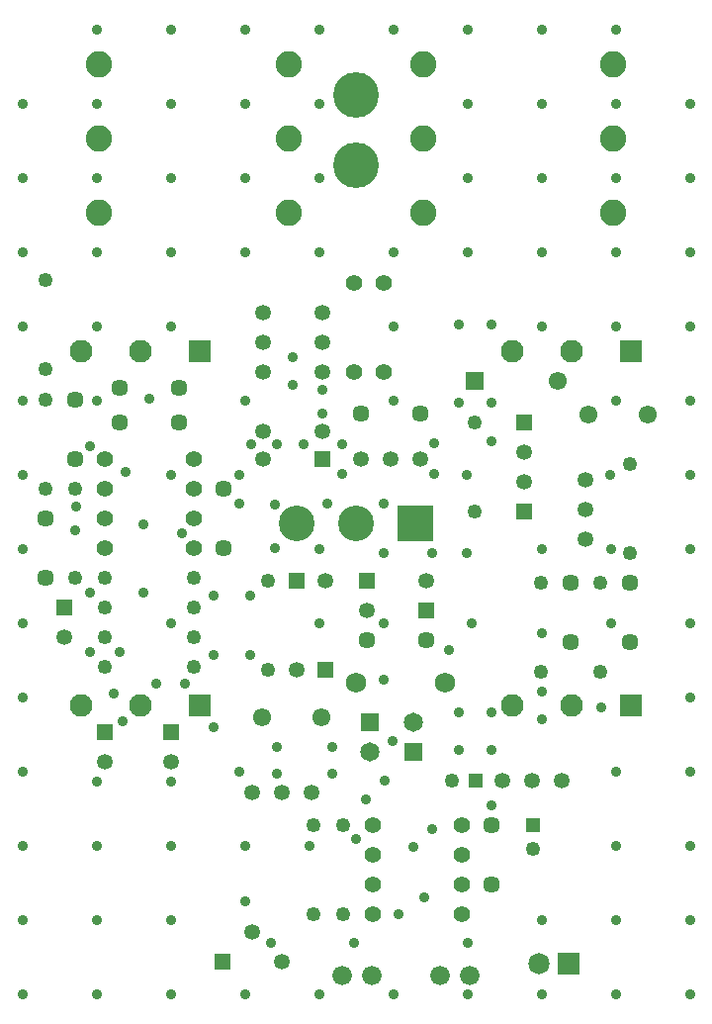
<source format=gbs>
G04*
G04 #@! TF.GenerationSoftware,Altium Limited,Altium Designer,19.0.12 (326)*
G04*
G04 Layer_Color=16711935*
%FSLAX25Y25*%
%MOIN*%
G70*
G01*
G75*
%ADD18C,0.05315*%
%ADD19R,0.05315X0.05315*%
%ADD20C,0.06890*%
%ADD21C,0.04922*%
%ADD22C,0.06103*%
%ADD23C,0.05709*%
%ADD24C,0.05591*%
%ADD25R,0.04922X0.04922*%
%ADD26R,0.05315X0.05315*%
%ADD27C,0.12008*%
%ADD28R,0.12008X0.12008*%
%ADD29R,0.07678X0.07678*%
%ADD30C,0.07678*%
%ADD31C,0.15355*%
%ADD32C,0.08859*%
%ADD33R,0.06497X0.06497*%
%ADD34C,0.06497*%
%ADD35R,0.06103X0.06103*%
%ADD36C,0.06591*%
%ADD37C,0.07191*%
%ADD38R,0.07191X0.07191*%
%ADD39C,0.05316*%
%ADD40R,0.04922X0.04922*%
%ADD41C,0.03591*%
D18*
X139787Y143526D02*
D03*
X185604Y76374D02*
D03*
X175604D02*
D03*
X165604D02*
D03*
X91124Y15274D02*
D03*
X81125Y25274D02*
D03*
X106000Y143700D02*
D03*
X96273Y113689D02*
D03*
X193600Y177711D02*
D03*
Y167711D02*
D03*
Y157711D02*
D03*
X53750Y82500D02*
D03*
X31500D02*
D03*
X18000Y124500D02*
D03*
X119787Y133500D02*
D03*
X172700Y187000D02*
D03*
X172802Y177000D02*
D03*
X118000Y184500D02*
D03*
X128000D02*
D03*
X138000D02*
D03*
X81245Y72255D02*
D03*
X101245D02*
D03*
X91245D02*
D03*
X85000Y184500D02*
D03*
D19*
X119787Y143526D02*
D03*
X71125Y15274D02*
D03*
X139787Y133500D02*
D03*
X105000Y184500D02*
D03*
D20*
X146209Y109300D02*
D03*
X116209D02*
D03*
D21*
X21551Y144500D02*
D03*
Y174500D02*
D03*
X11500Y214800D02*
D03*
Y244800D02*
D03*
X101700Y61365D02*
D03*
Y31365D02*
D03*
X148500Y76374D02*
D03*
X31500Y114500D02*
D03*
X61500D02*
D03*
Y124500D02*
D03*
X31500D02*
D03*
X61500Y134500D02*
D03*
X31500D02*
D03*
X61500Y144500D02*
D03*
X31500D02*
D03*
X11500Y174500D02*
D03*
Y204500D02*
D03*
X86562Y113700D02*
D03*
Y143700D02*
D03*
X208500Y152900D02*
D03*
Y182900D02*
D03*
X198500Y142962D02*
D03*
Y112962D02*
D03*
X178500Y143000D02*
D03*
Y113000D02*
D03*
X156302Y167000D02*
D03*
Y197000D02*
D03*
X175766Y53327D02*
D03*
X111700Y61374D02*
D03*
Y31374D02*
D03*
D22*
X84500Y97500D02*
D03*
X104500D02*
D03*
X214500Y199600D02*
D03*
X194500D02*
D03*
X184334Y211000D02*
D03*
D23*
X118000Y200010D02*
D03*
X138000D02*
D03*
X188500Y123000D02*
D03*
Y143000D02*
D03*
X11500Y164500D02*
D03*
Y144500D02*
D03*
X21551Y184500D02*
D03*
Y204500D02*
D03*
X36500Y208500D02*
D03*
X56500D02*
D03*
X36500Y197000D02*
D03*
X56500D02*
D03*
X139800Y123500D02*
D03*
X119800D02*
D03*
X208500Y142915D02*
D03*
Y122915D02*
D03*
X71500Y154500D02*
D03*
Y174500D02*
D03*
X161859Y41369D02*
D03*
Y61369D02*
D03*
D24*
X121839Y61365D02*
D03*
Y51365D02*
D03*
Y41365D02*
D03*
Y31365D02*
D03*
X151839Y51365D02*
D03*
Y61365D02*
D03*
Y41365D02*
D03*
Y31365D02*
D03*
X61500Y154500D02*
D03*
Y164500D02*
D03*
Y184500D02*
D03*
Y174500D02*
D03*
X31500Y154500D02*
D03*
Y164500D02*
D03*
Y174500D02*
D03*
Y184500D02*
D03*
X115674Y214000D02*
D03*
X125674D02*
D03*
Y244000D02*
D03*
X115674D02*
D03*
D25*
X156380Y76374D02*
D03*
D26*
X106000Y113700D02*
D03*
X96273Y143689D02*
D03*
X53750Y92500D02*
D03*
X31500D02*
D03*
X18000Y134500D02*
D03*
X172700Y197000D02*
D03*
X172802Y167000D02*
D03*
D27*
X96200Y163000D02*
D03*
X116200D02*
D03*
D28*
X136200D02*
D03*
D29*
X209000Y221000D02*
D03*
X63525Y101500D02*
D03*
X209000D02*
D03*
X63525Y221025D02*
D03*
D30*
X189000Y221000D02*
D03*
X169000D02*
D03*
X43525Y101500D02*
D03*
X23526D02*
D03*
X189000D02*
D03*
X169000D02*
D03*
X43525Y221025D02*
D03*
X23526D02*
D03*
D31*
X116250Y307400D02*
D03*
Y283778D02*
D03*
D32*
X138914Y292600D02*
D03*
X202812D02*
D03*
X138914Y317600D02*
D03*
X202812D02*
D03*
X138914Y267600D02*
D03*
X202812D02*
D03*
X29687Y292600D02*
D03*
X93585D02*
D03*
X29687Y317600D02*
D03*
X93585D02*
D03*
X29687Y267600D02*
D03*
X93585D02*
D03*
D33*
X121000Y96000D02*
D03*
X135500Y86000D02*
D03*
D34*
X121000D02*
D03*
X135500Y96000D02*
D03*
D35*
X156334Y211000D02*
D03*
D36*
X111644Y10638D02*
D03*
X121644D02*
D03*
X154390Y10703D02*
D03*
X144390D02*
D03*
D37*
X178000Y14536D02*
D03*
D38*
X188000D02*
D03*
D39*
X85000Y194000D02*
D03*
Y214000D02*
D03*
Y224000D02*
D03*
Y234000D02*
D03*
X105000D02*
D03*
Y224000D02*
D03*
Y214000D02*
D03*
Y194000D02*
D03*
D40*
X175766Y61207D02*
D03*
D41*
X95000Y209500D02*
D03*
Y219000D02*
D03*
X28700Y76000D02*
D03*
X153500Y179255D02*
D03*
X49000Y109100D02*
D03*
X36500Y119633D02*
D03*
X26623Y119500D02*
D03*
X26500Y189000D02*
D03*
X89381Y78629D02*
D03*
Y87500D02*
D03*
X108255D02*
D03*
X142549Y190000D02*
D03*
X151000Y203500D02*
D03*
X161800Y190500D02*
D03*
Y230000D02*
D03*
X125500Y169622D02*
D03*
X106500Y169540D02*
D03*
X111500Y179500D02*
D03*
Y189500D02*
D03*
X142000Y152907D02*
D03*
X153500D02*
D03*
X153700Y21500D02*
D03*
X135500Y54000D02*
D03*
X142000Y60042D02*
D03*
X108255Y78500D02*
D03*
X126000Y76374D02*
D03*
X119387Y70000D02*
D03*
X76979Y79300D02*
D03*
X78700Y35500D02*
D03*
X87606Y21500D02*
D03*
X116250Y56500D02*
D03*
X139053Y37000D02*
D03*
X130500Y31365D02*
D03*
X100500Y54300D02*
D03*
X161800Y67922D02*
D03*
X128400Y89500D02*
D03*
X125413Y110263D02*
D03*
X178889Y96937D02*
D03*
X179000Y106189D02*
D03*
X161800Y86500D02*
D03*
X151000D02*
D03*
X161800Y99278D02*
D03*
X151000Y99309D02*
D03*
X147500Y120422D02*
D03*
X155168Y129300D02*
D03*
X125413D02*
D03*
X103700Y4300D02*
D03*
X202000Y179400D02*
D03*
X104900Y207800D02*
D03*
X105000Y200100D02*
D03*
X161800Y203500D02*
D03*
X68227Y94300D02*
D03*
X53750Y76000D02*
D03*
X57573Y159600D02*
D03*
X58588Y109100D02*
D03*
X21551Y160500D02*
D03*
X21700Y168500D02*
D03*
X76900Y179255D02*
D03*
X202300Y129300D02*
D03*
X178700Y125800D02*
D03*
X202096Y154300D02*
D03*
X199000Y101000D02*
D03*
X89000Y154500D02*
D03*
X151000Y230000D02*
D03*
X115480Y21500D02*
D03*
X46500Y205112D02*
D03*
X38500Y180197D02*
D03*
X44500Y162500D02*
D03*
Y139509D02*
D03*
X26500D02*
D03*
X37500Y96264D02*
D03*
X34389Y105500D02*
D03*
X125500Y153000D02*
D03*
X80866Y189500D02*
D03*
X89381D02*
D03*
X98428D02*
D03*
X142508Y179500D02*
D03*
X77000Y169590D02*
D03*
X89000Y169447D02*
D03*
X68227Y138500D02*
D03*
X80600D02*
D03*
X68227Y118500D02*
D03*
X80600D02*
D03*
X228700Y304300D02*
D03*
Y279300D02*
D03*
Y254300D02*
D03*
Y229300D02*
D03*
Y204300D02*
D03*
Y179300D02*
D03*
Y154300D02*
D03*
Y129300D02*
D03*
Y104300D02*
D03*
Y79300D02*
D03*
Y54300D02*
D03*
Y29300D02*
D03*
Y4300D02*
D03*
X203700Y329300D02*
D03*
Y304300D02*
D03*
Y279300D02*
D03*
Y254300D02*
D03*
Y229300D02*
D03*
Y204300D02*
D03*
Y79300D02*
D03*
Y54300D02*
D03*
Y29300D02*
D03*
Y4300D02*
D03*
X178700Y329300D02*
D03*
Y304300D02*
D03*
Y279300D02*
D03*
Y254300D02*
D03*
Y229300D02*
D03*
Y154300D02*
D03*
Y29300D02*
D03*
Y4300D02*
D03*
X153700Y329300D02*
D03*
Y304300D02*
D03*
Y279300D02*
D03*
Y254300D02*
D03*
Y4300D02*
D03*
X128700Y329300D02*
D03*
Y254300D02*
D03*
Y229300D02*
D03*
Y204300D02*
D03*
Y4300D02*
D03*
X103700Y329300D02*
D03*
Y304300D02*
D03*
Y279300D02*
D03*
Y254300D02*
D03*
Y154300D02*
D03*
Y129300D02*
D03*
X78700Y329300D02*
D03*
Y304300D02*
D03*
Y279300D02*
D03*
Y254300D02*
D03*
Y204300D02*
D03*
Y54300D02*
D03*
Y4300D02*
D03*
X53700Y329300D02*
D03*
Y304300D02*
D03*
Y279300D02*
D03*
Y254300D02*
D03*
Y229300D02*
D03*
Y179300D02*
D03*
Y129300D02*
D03*
Y54300D02*
D03*
Y29300D02*
D03*
Y4300D02*
D03*
X28700Y329300D02*
D03*
Y304300D02*
D03*
Y279300D02*
D03*
Y254300D02*
D03*
Y229300D02*
D03*
Y204300D02*
D03*
Y54300D02*
D03*
Y29300D02*
D03*
Y4300D02*
D03*
X3700Y304300D02*
D03*
Y279300D02*
D03*
Y254300D02*
D03*
Y229300D02*
D03*
Y204300D02*
D03*
Y179300D02*
D03*
Y154300D02*
D03*
Y129300D02*
D03*
Y104300D02*
D03*
Y79300D02*
D03*
Y54300D02*
D03*
Y29300D02*
D03*
Y4300D02*
D03*
M02*

</source>
